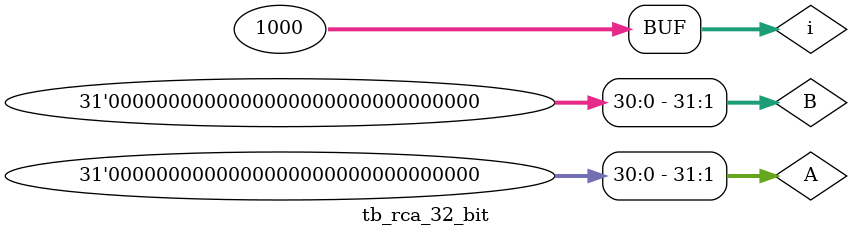
<source format=v>
`timescale 1ns/1ps
module tb_rca_32_bit;
parameter N = 32;
// declare your signals as reg or wire
integer i;
reg [N-1:0] expected;
reg[N-1:0] A; reg[N-1:0] B; reg cin; wire[N-1:0] S; 
wire cout;
initial begin	
$monitor("A:%d, B:%d, cin:%d, Sum:%d, Expected:%d", A, B, cin, S, expected);
// write the stimuli conditions\
for(i=0; i<1000; i=i+1) begin
    A= $random;
    B=$random;
    cin= $random%2;
    expected = A+B+cin;
    #1;
end
end
rca_Nbit #(32) dut(.a(A), .b(B), .cin(cin), .S(S), .cout(cout));

initial begin
    $dumpfile("rca_32bit.vcd");
    $dumpvars(0, tb_rca_32_bit);
end
endmodule

</source>
